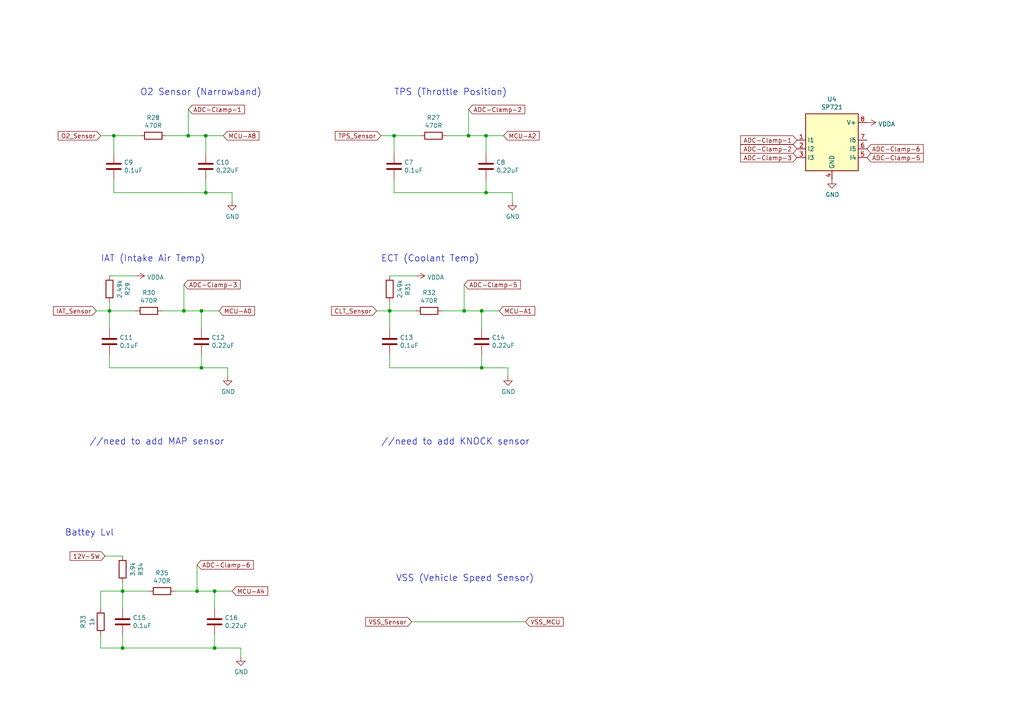
<source format=kicad_sch>
(kicad_sch (version 20231120) (generator "eeschema") (generator_version "8.0")
  (paper "A4")
  (lib_symbols
    (symbol "Device:C" (pin_numbers hide) (pin_names (offset 0.254))
      (property "Reference" "C" (at 0.635 2.54 0))
      (property "Value" "C" (at 0.635 -2.54 0))
      (symbol "C_0_1"
        (polyline (pts (xy -2.032 -0.762) (xy 2.032 -0.762)) (stroke (width 0.508)))
        (polyline (pts (xy -2.032 0.762) (xy 2.032 0.762)) (stroke (width 0.508)))
      )
      (symbol "C_1_1"
        (pin passive line (at 0 3.81 270) (length 2.794) (name "~") (number "1"))
        (pin passive line (at 0 -3.81 90) (length 2.794) (name "~") (number "2"))
      )
    )
    (symbol "Device:R" (pin_numbers hide) (pin_names (offset 0))
      (property "Reference" "R" (at 2.032 0 90))
      (property "Value" "R" (at 0 0 90))
      (symbol "R_0_1"
        (rectangle (start -1.016 -2.54) (end 1.016 2.54) (stroke (width 0.254)))
      )
      (symbol "R_1_1"
        (pin passive line (at 0 3.81 270) (length 1.27) (name "~") (number "1"))
        (pin passive line (at 0 -3.81 90) (length 1.27) (name "~") (number "2"))
      )
    )
    (symbol "v0.4.3d-rescue:GND-power" (power) (pin_names (offset 0))
      (property "Value" "power_GND" (at 0 -3.81 0))
      (symbol "GND-power_0_1"
        (polyline (pts (xy 0 0) (xy 0 -1.27) (xy 1.27 -1.27) (xy 0 -2.54) (xy -1.27 -1.27) (xy 0 -1.27)))
      )
      (symbol "GND-power_1_1"
        (pin power_in line (at 0 0 270) (length 0) hide (name "GND") (number "1"))
      )
    )
    (symbol "v0.4.3d-rescue:SP721-IC_Automotive"
      (property "Reference" "U" (at 0 15.875 0))
      (property "Value" "IC_Automotive_SP721" (at 0 13.97 0))
      (symbol "SP721-IC_Automotive_0_1"
        (rectangle (start -7.62 -3.81) (end 7.62 12.7) (stroke (width 0.254)) (fill (type background)))
      )
      (symbol "SP721-IC_Automotive_1_1"
        (pin input line (at -10.16 5.08 0) (length 2.54) (name "I1") (number "1"))
        (pin input line (at -10.16 2.54 0) (length 2.54) (name "I2") (number "2"))
        (pin input line (at -10.16 0 0) (length 2.54) (name "I3") (number "3"))
        (pin power_in line (at 0 -6.35 90) (length 2.54) (name "GND") (number "4"))
        (pin input line (at 10.16 0 180) (length 2.54) (name "I4") (number "5"))
        (pin input line (at 10.16 2.54 180) (length 2.54) (name "I5") (number "6"))
        (pin input line (at 10.16 5.08 180) (length 2.54) (name "I6") (number "7"))
        (pin power_in line (at 10.16 10.16 180) (length 2.54) (name "V+") (number "8"))
      )
    )
    (symbol "v0.4.3d-rescue:VDDA-power" (power) (pin_names (offset 0))
      (property "Value" "power_VDDA" (at 0 3.81 0))
      (symbol "VDDA-power_0_1"
        (polyline (pts (xy -0.762 1.27) (xy 0 2.54)))
        (polyline (pts (xy 0 0) (xy 0 2.54)))
        (polyline (pts (xy 0 2.54) (xy 0.762 1.27)))
      )
      (symbol "VDDA-power_1_1"
        (pin power_in line (at 0 0 90) (length 0) hide (name "VDDA") (number "1"))
      )
    )
  )
  (junction (at 58.42 106.68))
  (junction (at 59.69 55.88))
  (junction (at 35.56 171.45))
  (junction (at 58.42 90.17))
  (junction (at 53.34 90.17))
  (junction (at 139.7 106.68))
  (junction (at 35.56 187.96))
  (junction (at 62.23 171.45))
  (junction (at 134.62 90.17))
  (junction (at 139.7 90.17))
  (junction (at 57.15 171.45))
  (junction (at 54.61 39.37))
  (junction (at 140.97 55.88))
  (junction (at 59.69 39.37))
  (junction (at 31.75 90.17))
  (junction (at 62.23 187.96))
  (junction (at 33.02 39.37))
  (junction (at 114.3 39.37))
  (junction (at 140.97 39.37))
  (junction (at 113.03 90.17))
  (junction (at 135.89 39.37))
  (wire (pts (xy 29.21 187.96) (xy 35.56 187.96)))
  (wire (pts (xy 62.23 187.96) (xy 69.85 187.96)))
  (wire (pts (xy 35.56 171.45) (xy 43.18 171.45)))
  (wire (pts (xy 33.02 39.37) (xy 40.64 39.37)))
  (wire (pts (xy 54.61 31.75) (xy 54.61 39.37)))
  (wire (pts (xy 46.99 90.17) (xy 53.34 90.17)))
  (wire (pts (xy 57.15 163.83) (xy 57.15 171.45)))
  (wire (pts (xy 33.02 55.88) (xy 59.69 55.88)))
  (wire (pts (xy 31.75 102.87) (xy 31.75 106.68)))
  (wire (pts (xy 113.03 95.25) (xy 113.03 90.17)))
  (wire (pts (xy 67.31 55.88) (xy 67.31 58.42)))
  (wire (pts (xy 120.65 80.01) (xy 113.03 80.01)))
  (wire (pts (xy 53.34 82.55) (xy 53.34 90.17)))
  (wire (pts (xy 113.03 102.87) (xy 113.03 106.68)))
  (wire (pts (xy 29.21 184.15) (xy 29.21 187.96)))
  (wire (pts (xy 27.94 90.17) (xy 31.75 90.17)))
  (wire (pts (xy 69.85 187.96) (xy 69.85 190.5)))
  (wire (pts (xy 109.22 90.17) (xy 113.03 90.17)))
  (wire (pts (xy 59.69 39.37) (xy 59.69 44.45)))
  (wire (pts (xy 140.97 39.37) (xy 140.97 44.45)))
  (wire (pts (xy 35.56 168.91) (xy 35.56 171.45)))
  (wire (pts (xy 140.97 52.07) (xy 140.97 55.88)))
  (wire (pts (xy 29.21 171.45) (xy 35.56 171.45)))
  (wire (pts (xy 64.77 39.37) (xy 59.69 39.37)))
  (wire (pts (xy 146.05 39.37) (xy 140.97 39.37)))
  (wire (pts (xy 144.78 90.17) (xy 139.7 90.17)))
  (wire (pts (xy 66.04 106.68) (xy 66.04 109.22)))
  (wire (pts (xy 35.56 184.15) (xy 35.56 187.96)))
  (wire (pts (xy 114.3 55.88) (xy 140.97 55.88)))
  (wire (pts (xy 29.21 39.37) (xy 33.02 39.37)))
  (wire (pts (xy 148.59 55.88) (xy 148.59 58.42)))
  (wire (pts (xy 113.03 106.68) (xy 139.7 106.68)))
  (wire (pts (xy 113.03 87.63) (xy 113.03 90.17)))
  (wire (pts (xy 139.7 102.87) (xy 139.7 106.68)))
  (wire (pts (xy 114.3 52.07) (xy 114.3 55.88)))
  (wire (pts (xy 119.38 180.34) (xy 152.4 180.34)))
  (wire (pts (xy 39.37 80.01) (xy 31.75 80.01)))
  (wire (pts (xy 114.3 44.45) (xy 114.3 39.37)))
  (wire (pts (xy 30.48 161.29) (xy 35.56 161.29)))
  (wire (pts (xy 58.42 106.68) (xy 66.04 106.68)))
  (wire (pts (xy 67.31 171.45) (xy 62.23 171.45)))
  (wire (pts (xy 58.42 102.87) (xy 58.42 106.68)))
  (wire (pts (xy 134.62 82.55) (xy 134.62 90.17)))
  (wire (pts (xy 110.49 39.37) (xy 114.3 39.37)))
  (wire (pts (xy 54.61 39.37) (xy 59.69 39.37)))
  (wire (pts (xy 135.89 39.37) (xy 140.97 39.37)))
  (wire (pts (xy 29.21 176.53) (xy 29.21 171.45)))
  (wire (pts (xy 129.54 39.37) (xy 135.89 39.37)))
  (wire (pts (xy 31.75 106.68) (xy 58.42 106.68)))
  (wire (pts (xy 35.56 176.53) (xy 35.56 171.45)))
  (wire (pts (xy 59.69 52.07) (xy 59.69 55.88)))
  (wire (pts (xy 139.7 90.17) (xy 139.7 95.25)))
  (wire (pts (xy 62.23 171.45) (xy 62.23 176.53)))
  (wire (pts (xy 31.75 87.63) (xy 31.75 90.17)))
  (wire (pts (xy 33.02 52.07) (xy 33.02 55.88)))
  (wire (pts (xy 134.62 90.17) (xy 139.7 90.17)))
  (wire (pts (xy 63.5 90.17) (xy 58.42 90.17)))
  (wire (pts (xy 135.89 31.75) (xy 135.89 39.37)))
  (wire (pts (xy 114.3 39.37) (xy 121.92 39.37)))
  (wire (pts (xy 50.8 171.45) (xy 57.15 171.45)))
  (wire (pts (xy 139.7 106.68) (xy 147.32 106.68)))
  (wire (pts (xy 53.34 90.17) (xy 58.42 90.17)))
  (wire (pts (xy 62.23 184.15) (xy 62.23 187.96)))
  (wire (pts (xy 140.97 55.88) (xy 148.59 55.88)))
  (wire (pts (xy 147.32 106.68) (xy 147.32 109.22)))
  (wire (pts (xy 59.69 55.88) (xy 67.31 55.88)))
  (wire (pts (xy 48.26 39.37) (xy 54.61 39.37)))
  (wire (pts (xy 128.27 90.17) (xy 134.62 90.17)))
  (wire (pts (xy 31.75 95.25) (xy 31.75 90.17)))
  (wire (pts (xy 58.42 90.17) (xy 58.42 95.25)))
  (wire (pts (xy 35.56 187.96) (xy 62.23 187.96)))
  (wire (pts (xy 33.02 44.45) (xy 33.02 39.37)))
  (wire (pts (xy 57.15 171.45) (xy 62.23 171.45)))
  (wire (pts (xy 113.03 90.17) (xy 120.65 90.17)))
  (wire (pts (xy 31.75 90.17) (xy 39.37 90.17)))
  (text "//need to add KNOCK sensor\n\n" (at 110.49 132.334 0) (effects (font (size 1.8796 1.8796)) (justify left bottom)))
  (text "O2 Sensor (Narrowband)" (at 40.64 27.94 0) (effects (font (size 1.8796 1.8796)) (justify left bottom)))
  (text "//need to add MAP sensor\n" (at 25.908 129.286 0) (effects (font (size 1.8796 1.8796)) (justify left bottom)))
  (text "VSS (Vehicle Speed Sensor)" (at 114.808 168.91 0) (effects (font (size 1.8796 1.8796)) (justify left bottom)))
  (text "IAT (Intake Air Temp)" (at 29.21 76.2 0) (effects (font (size 1.8796 1.8796)) (justify left bottom)))
  (text "ECT (Coolant Temp)\n" (at 110.49 76.2 0) (effects (font (size 1.8796 1.8796)) (justify left bottom)))
  (text "Battey Lvl \n" (at 18.796 155.702 0) (effects (font (size 1.8796 1.8796)) (justify left bottom)))
  (text "TPS (Throttle Position)\n" (at 114.3 27.94 0) (effects (font (size 1.8796 1.8796)) (justify left bottom)))
  (global_label "MCU-A4" (shape input) (at 67.31 171.45 0) (property "Intersheetrefs" "${INTERSHEET_REFS}" (effects (hide yes))))
  (global_label "IAT_Sensor" (shape input) (at 27.94 90.17 180) (property "Intersheetrefs" "${INTERSHEET_REFS}" (effects (hide yes))))
  (global_label "O2_Sensor" (shape input) (at 29.21 39.37 180) (property "Intersheetrefs" "${INTERSHEET_REFS}" (effects (hide yes))))
  (global_label "ADC-Clamp-1" (shape input) (at 231.14 40.64 180) (property "Intersheetrefs" "${INTERSHEET_REFS}" (effects (hide yes))))
  (global_label "ADC-Clamp-3" (shape input) (at 53.34 82.55 0) (property "Intersheetrefs" "${INTERSHEET_REFS}" (effects (hide yes))))
  (global_label "ADC-Clamp-5" (shape input) (at 134.62 82.55 0) (property "Intersheetrefs" "${INTERSHEET_REFS}" (effects (hide yes))))
  (global_label "ADC-Clamp-2" (shape input) (at 135.89 31.75 0) (property "Intersheetrefs" "${INTERSHEET_REFS}" (effects (hide yes))))
  (global_label "ADC-Clamp-6" (shape input) (at 57.15 163.83 0) (property "Intersheetrefs" "${INTERSHEET_REFS}" (effects (hide yes))))
  (global_label "ADC-Clamp-5" (shape input) (at 251.46 45.72 0) (property "Intersheetrefs" "${INTERSHEET_REFS}" (effects (hide yes))))
  (global_label "12V-SW" (shape input) (at 30.48 161.29 180) (property "Intersheetrefs" "${INTERSHEET_REFS}" (effects (hide yes))))
  (global_label "ADC-Clamp-3" (shape input) (at 231.14 45.72 180) (property "Intersheetrefs" "${INTERSHEET_REFS}" (effects (hide yes))))
  (global_label "ADC-Clamp-1" (shape input) (at 54.61 31.75 0) (property "Intersheetrefs" "${INTERSHEET_REFS}" (effects (hide yes))))
  (global_label "VSS_Sensor" (shape input) (at 119.38 180.34 180) (property "Intersheetrefs" "${INTERSHEET_REFS}" (effects (hide yes))))
  (global_label "MCU-A8" (shape input) (at 64.77 39.37 0) (property "Intersheetrefs" "${INTERSHEET_REFS}" (effects (hide yes))))
  (global_label "VSS_MCU" (shape input) (at 152.4 180.34 0) (property "Intersheetrefs" "${INTERSHEET_REFS}" (effects (hide yes))))
  (global_label "CLT_Sensor" (shape input) (at 109.22 90.17 180) (property "Intersheetrefs" "${INTERSHEET_REFS}" (effects (hide yes))))
  (global_label "ADC-Clamp-6" (shape input) (at 251.46 43.18 0) (property "Intersheetrefs" "${INTERSHEET_REFS}" (effects (hide yes))))
  (global_label "MCU-A1" (shape input) (at 144.78 90.17 0) (property "Intersheetrefs" "${INTERSHEET_REFS}" (effects (hide yes))))
  (global_label "ADC-Clamp-2" (shape input) (at 231.14 43.18 180) (property "Intersheetrefs" "${INTERSHEET_REFS}" (effects (hide yes))))
  (global_label "TPS_Sensor" (shape input) (at 110.49 39.37 180) (property "Intersheetrefs" "${INTERSHEET_REFS}" (effects (hide yes))))
  (global_label "MCU-A2" (shape input) (at 146.05 39.37 0) (property "Intersheetrefs" "${INTERSHEET_REFS}" (effects (hide yes))))
  (global_label "MCU-A0" (shape input) (at 63.5 90.17 0) (property "Intersheetrefs" "${INTERSHEET_REFS}" (effects (hide yes))))
  (symbol (lib_id "v0.4.3d-rescue:GND-power") (at 241.3 52.07 0) (unit 1)
    (property "Reference" "#PWR024" (effects (hide yes)))
    (property "Value" "GND" (at 241.427 56.4642 0))
  )
  (symbol (lib_id "Device:R") (at 44.45 39.37 270) (unit 1)
    (property "Reference" "R28" (at 44.45 34.1122 90))
    (property "Value" "470R" (at 44.45 36.4236 90))
    (property "Footprint" "Resistor_THT:R_Axial_DIN0204_L3.6mm_D1.6mm_P5.08mm_Horizontal" (effects (hide yes)))
    (property "Manufacturer_Name" "Vishay" (effects (hide yes)))
    (property "Manufacturer_Part_Number" "MBA02040C4700FRP00" (effects (hide yes)))
    (property "URL" "https://www.digikey.com.au/product-detail/en/vishay-beyschlag-draloric-bc-components/MBA02040C4700FRP00/BC3516CT-ND/7350946" (effects (hide yes)))
    (property "Digikey Part Number" "BC3516CT-ND" (effects (hide yes)))
  )
  (symbol (lib_id "v0.4.3d-rescue:GND-power") (at 148.59 58.42 0) (unit 1)
    (property "Reference" "#PWR026" (effects (hide yes)))
    (property "Value" "GND" (at 148.717 62.8142 0))
  )
  (symbol (lib_id "Device:C") (at 31.75 99.06 0) (unit 1)
    (property "Reference" "C11" (at 34.671 97.8916 0) (effects (justify left)))
    (property "Value" "0.1uF" (at 34.671 100.203 0) (effects (justify left)))
    (property "Footprint" "Capacitor_THT:C_Disc_D5.0mm_W2.5mm_P2.50mm" (effects (hide yes)))
    (property "Digikey Part Number" "445-180563-1-ND" (effects (hide yes)))
    (property "Manufacturer_Name" "TDK" (effects (hide yes)))
    (property "Manufacturer_Part_Number" "FA18X8R1E104KNU06" (effects (hide yes)))
    (property "URL" "https://www.digikey.com.au/product-detail/en/tdk-corporation/FA18X8R1E104KNU06/445-180563-1-ND/9560689" (effects (hide yes)))
  )
  (symbol (lib_id "Device:C") (at 113.03 99.06 0) (unit 1)
    (property "Reference" "C13" (at 115.951 97.8916 0) (effects (justify left)))
    (property "Value" "0.1uF" (at 115.951 100.203 0) (effects (justify left)))
    (property "Footprint" "Capacitor_THT:C_Disc_D5.0mm_W2.5mm_P2.50mm" (effects (hide yes)))
    (property "Digikey Part Number" "445-180563-1-ND" (effects (hide yes)))
    (property "Manufacturer_Name" "TDK" (effects (hide yes)))
    (property "Manufacturer_Part_Number" "FA18X8R1E104KNU06" (effects (hide yes)))
    (property "URL" "https://www.digikey.com.au/product-detail/en/tdk-corporation/FA18X8R1E104KNU06/445-180563-1-ND/9560689" (effects (hide yes)))
  )
  (symbol (lib_id "Device:C") (at 62.23 180.34 0) (unit 1)
    (property "Reference" "C16" (at 65.151 179.1716 0) (effects (justify left)))
    (property "Value" "0.22uF" (at 65.151 181.483 0) (effects (justify left)))
    (property "Footprint" "Capacitor_THT:C_Disc_D5.0mm_W2.5mm_P2.50mm" (effects (hide yes)))
    (property "Digikey Part Number" "445-180564-1-ND" (effects (hide yes)))
    (property "Manufacturer_Name" "TDK" (effects (hide yes)))
    (property "Manufacturer_Part_Number" "FA18X8R1E224KRU06" (effects (hide yes)))
    (property "URL" "https://www.digikey.com.au/product-detail/en/tdk-corporation/FA18X8R1E224KRU06/445-180564-1-ND/9560690" (effects (hide yes)))
  )
  (symbol (lib_id "Device:R") (at 113.03 83.82 180) (unit 1)
    (property "Reference" "R31" (at 118.2878 83.82 90))
    (property "Value" "2.49k" (at 115.9764 83.82 90))
    (property "Footprint" "Resistor_THT:R_Axial_DIN0204_L3.6mm_D1.6mm_P5.08mm_Horizontal" (effects (hide yes)))
    (property "Digikey Part Number" "BC2.49KXCT-ND" (effects (hide yes)))
    (property "Manufacturer_Name" "Vishay" (effects (hide yes)))
    (property "Manufacturer_Part_Number" "MBA02040C2491FRP00" (effects (hide yes)))
    (property "URL" "https://www.digikey.com.au/product-detail/en/vishay-beyschlag-draloric-bc-components/MBA02040C2491FRP00/BC2-49KXCT-ND/336807" (effects (hide yes)))
  )
  (symbol (lib_id "Device:C") (at 114.3 48.26 0) (unit 1)
    (property "Reference" "C7" (at 117.221 47.0916 0) (effects (justify left)))
    (property "Value" "0.1uF" (at 117.221 49.403 0) (effects (justify left)))
    (property "Footprint" "Capacitor_THT:C_Disc_D5.0mm_W2.5mm_P2.50mm" (effects (hide yes)))
    (property "Digikey Part Number" "445-180563-1-ND" (effects (hide yes)))
    (property "Manufacturer_Name" "TDK" (effects (hide yes)))
    (property "Manufacturer_Part_Number" "FA18X8R1E104KNU06" (effects (hide yes)))
    (property "URL" "https://www.digikey.com.au/product-detail/en/tdk-corporation/FA18X8R1E104KNU06/445-180563-1-ND/9560689" (effects (hide yes)))
  )
  (symbol (lib_id "v0.4.3d-rescue:GND-power") (at 147.32 109.22 0) (unit 1)
    (property "Reference" "#PWR031" (effects (hide yes)))
    (property "Value" "GND" (at 147.447 113.6142 0))
  )
  (symbol (lib_id "Device:C") (at 33.02 48.26 0) (unit 1)
    (property "Reference" "C9" (at 35.941 47.0916 0) (effects (justify left)))
    (property "Value" "0.1uF" (at 35.941 49.403 0) (effects (justify left)))
    (property "Footprint" "Capacitor_THT:C_Disc_D5.0mm_W2.5mm_P2.50mm" (effects (hide yes)))
    (property "Digikey Part Number" "445-180563-1-ND" (effects (hide yes)))
    (property "Manufacturer_Name" "TDK" (effects (hide yes)))
    (property "Manufacturer_Part_Number" "FA18X8R1E104KNU06" (effects (hide yes)))
    (property "URL" "https://www.digikey.com.au/product-detail/en/tdk-corporation/FA18X8R1E104KNU06/445-180563-1-ND/9560689" (effects (hide yes)))
  )
  (symbol (lib_id "Device:R") (at 125.73 39.37 270) (unit 1)
    (property "Reference" "R27" (at 125.73 34.1122 90))
    (property "Value" "470R" (at 125.73 36.4236 90))
    (property "Footprint" "Resistor_THT:R_Axial_DIN0204_L3.6mm_D1.6mm_P5.08mm_Horizontal" (effects (hide yes)))
    (property "Manufacturer_Name" "Vishay" (effects (hide yes)))
    (property "Manufacturer_Part_Number" "MBA02040C4700FRP00" (effects (hide yes)))
    (property "URL" "https://www.digikey.com.au/product-detail/en/vishay-beyschlag-draloric-bc-components/MBA02040C4700FRP00/BC3516CT-ND/7350946" (effects (hide yes)))
    (property "Digikey Part Number" "BC3516CT-ND" (effects (hide yes)))
  )
  (symbol (lib_id "Device:C") (at 139.7 99.06 0) (unit 1)
    (property "Reference" "C14" (at 142.621 97.8916 0) (effects (justify left)))
    (property "Value" "0.22uF" (at 142.621 100.203 0) (effects (justify left)))
    (property "Footprint" "Capacitor_THT:C_Disc_D5.0mm_W2.5mm_P2.50mm" (effects (hide yes)))
    (property "Digikey Part Number" "445-180564-1-ND" (effects (hide yes)))
    (property "Manufacturer_Name" "TDK" (effects (hide yes)))
    (property "Manufacturer_Part_Number" "FA18X8R1E224KRU06" (effects (hide yes)))
    (property "URL" "https://www.digikey.com.au/product-detail/en/tdk-corporation/FA18X8R1E224KRU06/445-180564-1-ND/9560690" (effects (hide yes)))
  )
  (symbol (lib_id "Device:C") (at 35.56 180.34 0) (unit 1)
    (property "Reference" "C15" (at 38.481 179.1716 0) (effects (justify left)))
    (property "Value" "0.1uF" (at 38.481 181.483 0) (effects (justify left)))
    (property "Footprint" "Capacitor_THT:C_Disc_D5.0mm_W2.5mm_P2.50mm" (effects (hide yes)))
    (property "Digikey Part Number" "445-180563-1-ND" (effects (hide yes)))
    (property "Manufacturer_Name" "TDK" (effects (hide yes)))
    (property "Manufacturer_Part_Number" "FA18X8R1E104KNU06" (effects (hide yes)))
    (property "URL" "https://www.digikey.com.au/product-detail/en/tdk-corporation/FA18X8R1E104KNU06/445-180563-1-ND/9560689" (effects (hide yes)))
  )
  (symbol (lib_id "Device:R") (at 43.18 90.17 270) (unit 1)
    (property "Reference" "R30" (at 43.18 84.9122 90))
    (property "Value" "470R" (at 43.18 87.2236 90))
    (property "Footprint" "Resistor_THT:R_Axial_DIN0204_L3.6mm_D1.6mm_P5.08mm_Horizontal" (effects (hide yes)))
    (property "Manufacturer_Name" "Vishay" (effects (hide yes)))
    (property "Manufacturer_Part_Number" "MBA02040C4700FRP00" (effects (hide yes)))
    (property "URL" "https://www.digikey.com.au/product-detail/en/vishay-beyschlag-draloric-bc-components/MBA02040C4700FRP00/BC3516CT-ND/7350946" (effects (hide yes)))
    (property "Digikey Part Number" "BC3516CT-ND" (effects (hide yes)))
  )
  (symbol (lib_id "Device:C") (at 59.69 48.26 0) (unit 1)
    (property "Reference" "C10" (at 62.611 47.0916 0) (effects (justify left)))
    (property "Value" "0.22uF" (at 62.611 49.403 0) (effects (justify left)))
    (property "Footprint" "Capacitor_THT:C_Disc_D5.0mm_W2.5mm_P2.50mm" (effects (hide yes)))
    (property "Digikey Part Number" "445-180564-1-ND" (effects (hide yes)))
    (property "Manufacturer_Name" "TDK" (effects (hide yes)))
    (property "Manufacturer_Part_Number" "FA18X8R1E224KRU06" (effects (hide yes)))
    (property "URL" "https://www.digikey.com.au/product-detail/en/tdk-corporation/FA18X8R1E224KRU06/445-180564-1-ND/9560690" (effects (hide yes)))
  )
  (symbol (lib_id "v0.4.3d-rescue:GND-power") (at 67.31 58.42 0) (unit 1)
    (property "Reference" "#PWR027" (effects (hide yes)))
    (property "Value" "GND" (at 67.437 62.8142 0))
  )
  (symbol (lib_id "v0.4.3d-rescue:GND-power") (at 69.85 190.5 0) (unit 1)
    (property "Reference" "#PWR032" (effects (hide yes)))
    (property "Value" "GND" (at 69.977 194.8942 0))
  )
  (symbol (lib_id "Device:R") (at 31.75 83.82 180) (unit 1)
    (property "Reference" "R29" (at 37.0078 83.82 90))
    (property "Value" "2.49k" (at 34.6964 83.82 90))
    (property "Footprint" "Resistor_THT:R_Axial_DIN0204_L3.6mm_D1.6mm_P5.08mm_Horizontal" (effects (hide yes)))
    (property "Digikey Part Number" "BC2.49KXCT-ND" (effects (hide yes)))
    (property "Manufacturer_Name" "Vishay" (effects (hide yes)))
    (property "Manufacturer_Part_Number" "MBA02040C2491FRP00" (effects (hide yes)))
    (property "URL" "https://www.digikey.com.au/product-detail/en/vishay-beyschlag-draloric-bc-components/MBA02040C2491FRP00/BC2-49KXCT-ND/336807" (effects (hide yes)))
  )
  (symbol (lib_id "Device:C") (at 140.97 48.26 0) (unit 1)
    (property "Reference" "C8" (at 143.891 47.0916 0) (effects (justify left)))
    (property "Value" "0.22uF" (at 143.891 49.403 0) (effects (justify left)))
    (property "Footprint" "Capacitor_THT:C_Disc_D5.0mm_W2.5mm_P2.50mm" (effects (hide yes)))
    (property "Digikey Part Number" "445-180564-1-ND" (effects (hide yes)))
    (property "Manufacturer_Name" "TDK" (effects (hide yes)))
    (property "Manufacturer_Part_Number" "FA18X8R1E224KRU06" (effects (hide yes)))
    (property "URL" "https://www.digikey.com.au/product-detail/en/tdk-corporation/FA18X8R1E224KRU06/445-180564-1-ND/9560690" (effects (hide yes)))
  )
  (symbol (lib_id "v0.4.3d-rescue:VDDA-power") (at 251.46 35.56 270) (unit 1)
    (property "Reference" "#PWR025" (effects (hide yes)))
    (property "Value" "VDDA" (at 254.7112 35.9918 90) (effects (justify left)))
  )
  (symbol (lib_id "Device:C") (at 58.42 99.06 0) (unit 1)
    (property "Reference" "C12" (at 61.341 97.8916 0) (effects (justify left)))
    (property "Value" "0.22uF" (at 61.341 100.203 0) (effects (justify left)))
    (property "Footprint" "Capacitor_THT:C_Disc_D5.0mm_W2.5mm_P2.50mm" (effects (hide yes)))
    (property "Digikey Part Number" "445-180564-1-ND" (effects (hide yes)))
    (property "Manufacturer_Name" "TDK" (effects (hide yes)))
    (property "Manufacturer_Part_Number" "FA18X8R1E224KRU06" (effects (hide yes)))
    (property "URL" "https://www.digikey.com.au/product-detail/en/tdk-corporation/FA18X8R1E224KRU06/445-180564-1-ND/9560690" (effects (hide yes)))
  )
  (symbol (lib_id "v0.4.3d-rescue:VDDA-power") (at 39.37 80.01 270) (unit 1)
    (property "Reference" "#PWR028" (effects (hide yes)))
    (property "Value" "VDDA" (at 42.6212 80.4418 90) (effects (justify left)))
  )
  (symbol (lib_id "Device:R") (at 35.56 165.1 180) (unit 1)
    (property "Reference" "R34" (at 40.8178 165.1 90))
    (property "Value" "3.9k" (at 38.5064 165.1 90))
    (property "Footprint" "Resistor_THT:R_Axial_DIN0204_L3.6mm_D1.6mm_P5.08mm_Horizontal" (effects (hide yes)))
    (property "Digikey Part Number" "BC3272CT-ND" (effects (hide yes)))
    (property "Manufacturer_Name" "Vishay" (effects (hide yes)))
    (property "Manufacturer_Part_Number" "MBA02040C3901FCT00" (effects (hide yes)))
    (property "URL" "https://www.digikey.com.au/product-detail/en/vishay-beyschlag-draloric-bc-components/MBA02040C3901FCT00/BC3272CT-ND/6138775" (effects (hide yes)))
  )
  (symbol (lib_id "Device:R") (at 46.99 171.45 270) (unit 1)
    (property "Reference" "R35" (at 46.99 166.1922 90))
    (property "Value" "470R" (at 46.99 168.5036 90))
    (property "Footprint" "Resistor_THT:R_Axial_DIN0204_L3.6mm_D1.6mm_P5.08mm_Horizontal" (effects (hide yes)))
    (property "Manufacturer_Name" "Vishay" (effects (hide yes)))
    (property "Manufacturer_Part_Number" "MBA02040C4700FRP00" (effects (hide yes)))
    (property "URL" "https://www.digikey.com.au/product-detail/en/vishay-beyschlag-draloric-bc-components/MBA02040C4700FRP00/BC3516CT-ND/7350946" (effects (hide yes)))
    (property "Digikey Part Number" "BC3516CT-ND" (effects (hide yes)))
  )
  (symbol (lib_id "v0.4.3d-rescue:SP721-IC_Automotive") (at 241.3 45.72 0) (unit 1)
    (property "Reference" "U4" (at 241.3 28.7782 0))
    (property "Value" "SP721" (at 241.3 31.0896 0))
    (property "Footprint" "Package_DIP:DIP-8_W7.62mm" (effects (hide yes)))
    (property "Datasheet" "https://www.littelfuse.com/~/media/electronics/datasheets/tvs_diode_arrays/littelfuse_tvs_diode_array_sp721_datasheet.pdf.pdf" (effects (hide yes)))
    (property "Digikey Part Number" "F2720-ND" (effects (hide yes)))
    (property "Manufacturer_Name" "Littelfuse" (effects (hide yes)))
    (property "Manufacturer_Part_Number" "SP721APP" (effects (hide yes)))
    (property "URL" "https://www.digikey.com.au/product-detail/en/littelfuse-inc/SP721APP/F2720-ND/1154313" (effects (hide yes)))
  )
  (symbol (lib_id "Device:R") (at 124.46 90.17 270) (unit 1)
    (property "Reference" "R32" (at 124.46 84.9122 90))
    (property "Value" "470R" (at 124.46 87.2236 90))
    (property "Footprint" "Resistor_THT:R_Axial_DIN0204_L3.6mm_D1.6mm_P5.08mm_Horizontal" (effects (hide yes)))
    (property "Manufacturer_Name" "Vishay" (effects (hide yes)))
    (property "Manufacturer_Part_Number" "MBA02040C4700FRP00" (effects (hide yes)))
    (property "URL" "https://www.digikey.com.au/product-detail/en/vishay-beyschlag-draloric-bc-components/MBA02040C4700FRP00/BC3516CT-ND/7350946" (effects (hide yes)))
    (property "Digikey Part Number" "BC3516CT-ND" (effects (hide yes)))
  )
  (symbol (lib_id "Device:R") (at 29.21 180.34 180) (unit 1)
    (property "Reference" "R33" (at 24.13 180.34 90))
    (property "Value" "1k" (at 26.67 180.34 90))
    (property "Footprint" "Resistor_THT:R_Axial_DIN0204_L3.6mm_D1.6mm_P5.08mm_Horizontal" (effects (hide yes)))
    (property "Digikey Part Number" "BC1.00KXCT-ND" (effects (hide yes)))
    (property "Manufacturer_Name" "Vishay" (effects (hide yes)))
    (property "Manufacturer_Part_Number" "MBA02040C1001FRP00" (effects (hide yes)))
  )
  (symbol (lib_id "v0.4.3d-rescue:VDDA-power") (at 120.65 80.01 270) (unit 1)
    (property "Reference" "#PWR030" (effects (hide yes)))
    (property "Value" "VDDA" (at 123.9012 80.4418 90) (effects (justify left)))
  )
  (symbol (lib_id "v0.4.3d-rescue:GND-power") (at 66.04 109.22 0) (unit 1)
    (property "Reference" "#PWR029" (effects (hide yes)))
    (property "Value" "GND" (at 66.167 113.6142 0))
  )
)
</source>
